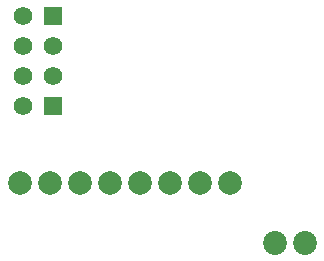
<source format=gbr>
%TF.GenerationSoftware,KiCad,Pcbnew,5.1.7+dfsg1-1~bpo10+1*%
%TF.CreationDate,2020-11-10T14:05:56+09:00*%
%TF.ProjectId,MPU6050+ESP01_1,4d505536-3035-4302-9b45-535030315f31,rev?*%
%TF.SameCoordinates,Original*%
%TF.FileFunction,Soldermask,Top*%
%TF.FilePolarity,Negative*%
%FSLAX46Y46*%
G04 Gerber Fmt 4.6, Leading zero omitted, Abs format (unit mm)*
G04 Created by KiCad (PCBNEW 5.1.7+dfsg1-1~bpo10+1) date 2020-11-10 14:05:56*
%MOMM*%
%LPD*%
G01*
G04 APERTURE LIST*
%ADD10C,2.000000*%
%ADD11C,2.020000*%
%ADD12C,1.575000*%
%ADD13R,1.575000X1.575000*%
G04 APERTURE END LIST*
D10*
%TO.C,U2*%
X104140000Y-119380000D03*
X106680000Y-119380000D03*
X109220000Y-119380000D03*
X111760000Y-119380000D03*
X114300000Y-119380000D03*
X116840000Y-119380000D03*
X119380000Y-119380000D03*
X121920000Y-119380000D03*
%TD*%
D11*
%TO.C,J1*%
X125730000Y-124460000D03*
X128270000Y-124460000D03*
%TD*%
D12*
%TO.C,U1*%
X104405001Y-112835001D03*
X104405001Y-110295001D03*
X104405001Y-107755001D03*
X104405001Y-105215001D03*
D13*
X106945001Y-105215001D03*
D12*
X106945001Y-107755001D03*
X106945001Y-110295001D03*
D13*
X106945001Y-112835001D03*
%TD*%
M02*

</source>
